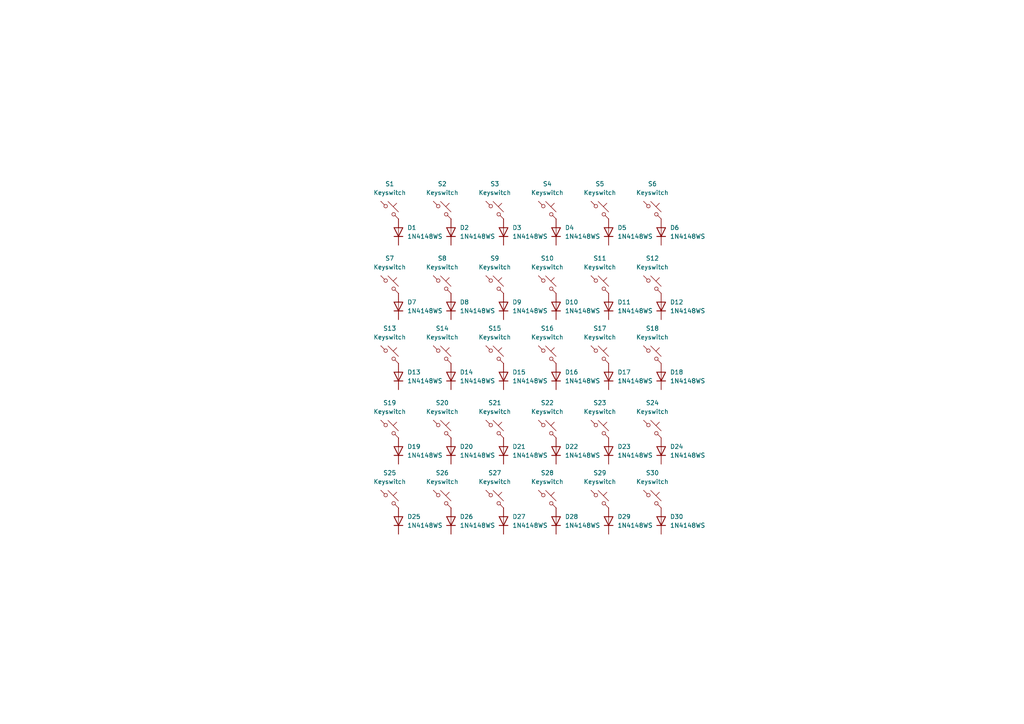
<source format=kicad_sch>
(kicad_sch (version 20231120) (generator "eeschema") (generator_version "8.0")
  (paper "A4")
  (lib_symbols
    (symbol "Diode:1N4148WS" (pin_numbers hide) (pin_names hide)
      (property "Reference" "D" (at 0 2.54 0))
      (property "Value" "1N4148WS" (at 0 -2.54 0))
      (symbol "1N4148WS_0_1"
        (polyline (pts (xy -1.27 1.27) (xy -1.27 -1.27)) (stroke (width 0.254)))
        (polyline (pts (xy 1.27 0) (xy -1.27 0)))
        (polyline (pts (xy 1.27 1.27) (xy 1.27 -1.27) (xy -1.27 0) (xy 1.27 1.27)) (stroke (width 0.254)))
      )
      (symbol "1N4148WS_1_1"
        (pin passive line (at -3.81 0 0) (length 2.54) (name "K") (number "1"))
        (pin passive line (at 3.81 0 180) (length 2.54) (name "A") (number "2"))
      )
    )
    (symbol "ScottoKeebs:Placeholder_Keyswitch" (pin_numbers hide) (pin_names (offset 1.016) hide)
      (property "Reference" "S" (at 3.048 1.016 0))
      (property "Value" "Keyswitch" (at 0 -3.81 0))
      (symbol "Placeholder_Keyswitch_0_1"
        (circle (center -1.1684 1.1684) (radius 0.508))
        (polyline (pts (xy -0.508 2.54) (xy 2.54 -0.508)))
        (polyline (pts (xy 1.016 1.016) (xy 2.032 2.032)))
        (polyline (pts (xy -2.54 2.54) (xy -1.524 1.524) (xy -1.524 1.524)))
        (polyline (pts (xy 1.524 -1.524) (xy 2.54 -2.54) (xy 2.54 -2.54) (xy 2.54 -2.54)))
        (circle (center 1.143 -1.1938) (radius 0.508))
        (pin passive line (at -2.54 2.54 0) (length 0) (name "1") (number "1"))
        (pin passive line (at 2.54 -2.54 180) (length 0) (name "2") (number "2"))
      )
    )
  )
  (symbol (lib_id "Diode:1N4148WS") (at 176.53 67.31 90) (unit 1)
    (property "Reference" "D5" (at 179.07 66.0399 90) (effects (justify right)))
    (property "Value" "1N4148WS" (at 179.07 68.5799 90) (effects (justify right)))
    (property "Footprint" "Diode_SMD:D_SOD-323" (effects (hide yes)))
    (property "Datasheet" "https://www.vishay.com/docs/85751/1n4148ws.pdf" (effects (hide yes)))
    (property "Description" "75V 0.15A Fast switching Diode, SOD-323" (effects (hide yes)))
    (property "Sim.Device" "D" (effects (hide yes)))
    (property "Sim.Pins" "1=K 2=A" (effects (hide yes)))
  )
  (symbol (lib_id "ScottoKeebs:Placeholder_Keyswitch") (at 189.23 60.96 0) (unit 1)
    (property "Reference" "S6" (at 189.23 53.34 0))
    (property "Value" "Keyswitch" (at 189.23 55.88 0))
    (property "Description" "Push button switch, normally open, two pins, 45° tilted" (effects (hide yes)))
  )
  (symbol (lib_id "ScottoKeebs:Placeholder_Keyswitch") (at 143.51 124.46 0) (unit 1)
    (property "Reference" "S21" (at 143.51 116.84 0))
    (property "Value" "Keyswitch" (at 143.51 119.38 0))
    (property "Description" "Push button switch, normally open, two pins, 45° tilted" (effects (hide yes)))
  )
  (symbol (lib_id "Diode:1N4148WS") (at 176.53 151.13 90) (unit 1)
    (property "Reference" "D29" (at 179.07 149.8599 90) (effects (justify right)))
    (property "Value" "1N4148WS" (at 179.07 152.3999 90) (effects (justify right)))
    (property "Footprint" "Diode_SMD:D_SOD-323" (effects (hide yes)))
    (property "Datasheet" "https://www.vishay.com/docs/85751/1n4148ws.pdf" (effects (hide yes)))
    (property "Description" "75V 0.15A Fast switching Diode, SOD-323" (effects (hide yes)))
    (property "Sim.Device" "D" (effects (hide yes)))
    (property "Sim.Pins" "1=K 2=A" (effects (hide yes)))
  )
  (symbol (lib_id "Diode:1N4148WS") (at 115.57 88.9 90) (unit 1)
    (property "Reference" "D7" (at 118.11 87.6299 90) (effects (justify right)))
    (property "Value" "1N4148WS" (at 118.11 90.1699 90) (effects (justify right)))
    (property "Footprint" "Diode_SMD:D_SOD-323" (effects (hide yes)))
    (property "Datasheet" "https://www.vishay.com/docs/85751/1n4148ws.pdf" (effects (hide yes)))
    (property "Description" "75V 0.15A Fast switching Diode, SOD-323" (effects (hide yes)))
    (property "Sim.Device" "D" (effects (hide yes)))
    (property "Sim.Pins" "1=K 2=A" (effects (hide yes)))
  )
  (symbol (lib_id "ScottoKeebs:Placeholder_Keyswitch") (at 113.03 124.46 0) (unit 1)
    (property "Reference" "S19" (at 113.03 116.84 0))
    (property "Value" "Keyswitch" (at 113.03 119.38 0))
    (property "Description" "Push button switch, normally open, two pins, 45° tilted" (effects (hide yes)))
  )
  (symbol (lib_id "Diode:1N4148WS") (at 176.53 109.22 90) (unit 1)
    (property "Reference" "D17" (at 179.07 107.9499 90) (effects (justify right)))
    (property "Value" "1N4148WS" (at 179.07 110.4899 90) (effects (justify right)))
    (property "Footprint" "Diode_SMD:D_SOD-323" (effects (hide yes)))
    (property "Datasheet" "https://www.vishay.com/docs/85751/1n4148ws.pdf" (effects (hide yes)))
    (property "Description" "75V 0.15A Fast switching Diode, SOD-323" (effects (hide yes)))
    (property "Sim.Device" "D" (effects (hide yes)))
    (property "Sim.Pins" "1=K 2=A" (effects (hide yes)))
  )
  (symbol (lib_id "ScottoKeebs:Placeholder_Keyswitch") (at 173.99 102.87 0) (unit 1)
    (property "Reference" "S17" (at 173.99 95.25 0))
    (property "Value" "Keyswitch" (at 173.99 97.79 0))
    (property "Description" "Push button switch, normally open, two pins, 45° tilted" (effects (hide yes)))
  )
  (symbol (lib_id "Diode:1N4148WS") (at 191.77 67.31 90) (unit 1)
    (property "Reference" "D6" (at 194.31 66.0399 90) (effects (justify right)))
    (property "Value" "1N4148WS" (at 194.31 68.5799 90) (effects (justify right)))
    (property "Footprint" "Diode_SMD:D_SOD-323" (effects (hide yes)))
    (property "Datasheet" "https://www.vishay.com/docs/85751/1n4148ws.pdf" (effects (hide yes)))
    (property "Description" "75V 0.15A Fast switching Diode, SOD-323" (effects (hide yes)))
    (property "Sim.Device" "D" (effects (hide yes)))
    (property "Sim.Pins" "1=K 2=A" (effects (hide yes)))
  )
  (symbol (lib_id "ScottoKeebs:Placeholder_Keyswitch") (at 158.75 144.78 0) (unit 1)
    (property "Reference" "S28" (at 158.75 137.16 0))
    (property "Value" "Keyswitch" (at 158.75 139.7 0))
    (property "Description" "Push button switch, normally open, two pins, 45° tilted" (effects (hide yes)))
  )
  (symbol (lib_id "ScottoKeebs:Placeholder_Keyswitch") (at 143.51 82.55 0) (unit 1)
    (property "Reference" "S9" (at 143.51 74.93 0))
    (property "Value" "Keyswitch" (at 143.51 77.47 0))
    (property "Description" "Push button switch, normally open, two pins, 45° tilted" (effects (hide yes)))
  )
  (symbol (lib_id "Diode:1N4148WS") (at 146.05 151.13 90) (unit 1)
    (property "Reference" "D27" (at 148.59 149.8599 90) (effects (justify right)))
    (property "Value" "1N4148WS" (at 148.59 152.3999 90) (effects (justify right)))
    (property "Footprint" "Diode_SMD:D_SOD-323" (effects (hide yes)))
    (property "Datasheet" "https://www.vishay.com/docs/85751/1n4148ws.pdf" (effects (hide yes)))
    (property "Description" "75V 0.15A Fast switching Diode, SOD-323" (effects (hide yes)))
    (property "Sim.Device" "D" (effects (hide yes)))
    (property "Sim.Pins" "1=K 2=A" (effects (hide yes)))
  )
  (symbol (lib_id "Diode:1N4148WS") (at 146.05 88.9 90) (unit 1)
    (property "Reference" "D9" (at 148.59 87.6299 90) (effects (justify right)))
    (property "Value" "1N4148WS" (at 148.59 90.1699 90) (effects (justify right)))
    (property "Footprint" "Diode_SMD:D_SOD-323" (effects (hide yes)))
    (property "Datasheet" "https://www.vishay.com/docs/85751/1n4148ws.pdf" (effects (hide yes)))
    (property "Description" "75V 0.15A Fast switching Diode, SOD-323" (effects (hide yes)))
    (property "Sim.Device" "D" (effects (hide yes)))
    (property "Sim.Pins" "1=K 2=A" (effects (hide yes)))
  )
  (symbol (lib_id "ScottoKeebs:Placeholder_Keyswitch") (at 128.27 124.46 0) (unit 1)
    (property "Reference" "S20" (at 128.27 116.84 0))
    (property "Value" "Keyswitch" (at 128.27 119.38 0))
    (property "Description" "Push button switch, normally open, two pins, 45° tilted" (effects (hide yes)))
  )
  (symbol (lib_id "Diode:1N4148WS") (at 161.29 88.9 90) (unit 1)
    (property "Reference" "D10" (at 163.83 87.6299 90) (effects (justify right)))
    (property "Value" "1N4148WS" (at 163.83 90.1699 90) (effects (justify right)))
    (property "Footprint" "Diode_SMD:D_SOD-323" (effects (hide yes)))
    (property "Datasheet" "https://www.vishay.com/docs/85751/1n4148ws.pdf" (effects (hide yes)))
    (property "Description" "75V 0.15A Fast switching Diode, SOD-323" (effects (hide yes)))
    (property "Sim.Device" "D" (effects (hide yes)))
    (property "Sim.Pins" "1=K 2=A" (effects (hide yes)))
  )
  (symbol (lib_id "ScottoKeebs:Placeholder_Keyswitch") (at 128.27 82.55 0) (unit 1)
    (property "Reference" "S8" (at 128.27 74.93 0))
    (property "Value" "Keyswitch" (at 128.27 77.47 0))
    (property "Description" "Push button switch, normally open, two pins, 45° tilted" (effects (hide yes)))
  )
  (symbol (lib_id "Diode:1N4148WS") (at 161.29 151.13 90) (unit 1)
    (property "Reference" "D28" (at 163.83 149.8599 90) (effects (justify right)))
    (property "Value" "1N4148WS" (at 163.83 152.3999 90) (effects (justify right)))
    (property "Footprint" "Diode_SMD:D_SOD-323" (effects (hide yes)))
    (property "Datasheet" "https://www.vishay.com/docs/85751/1n4148ws.pdf" (effects (hide yes)))
    (property "Description" "75V 0.15A Fast switching Diode, SOD-323" (effects (hide yes)))
    (property "Sim.Device" "D" (effects (hide yes)))
    (property "Sim.Pins" "1=K 2=A" (effects (hide yes)))
  )
  (symbol (lib_id "Diode:1N4148WS") (at 161.29 109.22 90) (unit 1)
    (property "Reference" "D16" (at 163.83 107.9499 90) (effects (justify right)))
    (property "Value" "1N4148WS" (at 163.83 110.4899 90) (effects (justify right)))
    (property "Footprint" "Diode_SMD:D_SOD-323" (effects (hide yes)))
    (property "Datasheet" "https://www.vishay.com/docs/85751/1n4148ws.pdf" (effects (hide yes)))
    (property "Description" "75V 0.15A Fast switching Diode, SOD-323" (effects (hide yes)))
    (property "Sim.Device" "D" (effects (hide yes)))
    (property "Sim.Pins" "1=K 2=A" (effects (hide yes)))
  )
  (symbol (lib_id "Diode:1N4148WS") (at 191.77 88.9 90) (unit 1)
    (property "Reference" "D12" (at 194.31 87.6299 90) (effects (justify right)))
    (property "Value" "1N4148WS" (at 194.31 90.1699 90) (effects (justify right)))
    (property "Footprint" "Diode_SMD:D_SOD-323" (effects (hide yes)))
    (property "Datasheet" "https://www.vishay.com/docs/85751/1n4148ws.pdf" (effects (hide yes)))
    (property "Description" "75V 0.15A Fast switching Diode, SOD-323" (effects (hide yes)))
    (property "Sim.Device" "D" (effects (hide yes)))
    (property "Sim.Pins" "1=K 2=A" (effects (hide yes)))
  )
  (symbol (lib_id "ScottoKeebs:Placeholder_Keyswitch") (at 143.51 102.87 0) (unit 1)
    (property "Reference" "S15" (at 143.51 95.25 0))
    (property "Value" "Keyswitch" (at 143.51 97.79 0))
    (property "Description" "Push button switch, normally open, two pins, 45° tilted" (effects (hide yes)))
  )
  (symbol (lib_id "ScottoKeebs:Placeholder_Keyswitch") (at 128.27 144.78 0) (unit 1)
    (property "Reference" "S26" (at 128.27 137.16 0))
    (property "Value" "Keyswitch" (at 128.27 139.7 0))
    (property "Description" "Push button switch, normally open, two pins, 45° tilted" (effects (hide yes)))
  )
  (symbol (lib_id "ScottoKeebs:Placeholder_Keyswitch") (at 173.99 82.55 0) (unit 1)
    (property "Reference" "S11" (at 173.99 74.93 0))
    (property "Value" "Keyswitch" (at 173.99 77.47 0))
    (property "Description" "Push button switch, normally open, two pins, 45° tilted" (effects (hide yes)))
  )
  (symbol (lib_id "ScottoKeebs:Placeholder_Keyswitch") (at 189.23 124.46 0) (unit 1)
    (property "Reference" "S24" (at 189.23 116.84 0))
    (property "Value" "Keyswitch" (at 189.23 119.38 0))
    (property "Description" "Push button switch, normally open, two pins, 45° tilted" (effects (hide yes)))
  )
  (symbol (lib_id "ScottoKeebs:Placeholder_Keyswitch") (at 189.23 144.78 0) (unit 1)
    (property "Reference" "S30" (at 189.23 137.16 0))
    (property "Value" "Keyswitch" (at 189.23 139.7 0))
    (property "Description" "Push button switch, normally open, two pins, 45° tilted" (effects (hide yes)))
  )
  (symbol (lib_id "ScottoKeebs:Placeholder_Keyswitch") (at 158.75 124.46 0) (unit 1)
    (property "Reference" "S22" (at 158.75 116.84 0))
    (property "Value" "Keyswitch" (at 158.75 119.38 0))
    (property "Description" "Push button switch, normally open, two pins, 45° tilted" (effects (hide yes)))
  )
  (symbol (lib_id "ScottoKeebs:Placeholder_Keyswitch") (at 113.03 144.78 0) (unit 1)
    (property "Reference" "S25" (at 113.03 137.16 0))
    (property "Value" "Keyswitch" (at 113.03 139.7 0))
    (property "Description" "Push button switch, normally open, two pins, 45° tilted" (effects (hide yes)))
  )
  (symbol (lib_id "Diode:1N4148WS") (at 146.05 109.22 90) (unit 1)
    (property "Reference" "D15" (at 148.59 107.9499 90) (effects (justify right)))
    (property "Value" "1N4148WS" (at 148.59 110.4899 90) (effects (justify right)))
    (property "Footprint" "Diode_SMD:D_SOD-323" (effects (hide yes)))
    (property "Datasheet" "https://www.vishay.com/docs/85751/1n4148ws.pdf" (effects (hide yes)))
    (property "Description" "75V 0.15A Fast switching Diode, SOD-323" (effects (hide yes)))
    (property "Sim.Device" "D" (effects (hide yes)))
    (property "Sim.Pins" "1=K 2=A" (effects (hide yes)))
  )
  (symbol (lib_id "Diode:1N4148WS") (at 115.57 109.22 90) (unit 1)
    (property "Reference" "D13" (at 118.11 107.9499 90) (effects (justify right)))
    (property "Value" "1N4148WS" (at 118.11 110.4899 90) (effects (justify right)))
    (property "Footprint" "Diode_SMD:D_SOD-323" (effects (hide yes)))
    (property "Datasheet" "https://www.vishay.com/docs/85751/1n4148ws.pdf" (effects (hide yes)))
    (property "Description" "75V 0.15A Fast switching Diode, SOD-323" (effects (hide yes)))
    (property "Sim.Device" "D" (effects (hide yes)))
    (property "Sim.Pins" "1=K 2=A" (effects (hide yes)))
  )
  (symbol (lib_id "ScottoKeebs:Placeholder_Keyswitch") (at 173.99 124.46 0) (unit 1)
    (property "Reference" "S23" (at 173.99 116.84 0))
    (property "Value" "Keyswitch" (at 173.99 119.38 0))
    (property "Description" "Push button switch, normally open, two pins, 45° tilted" (effects (hide yes)))
  )
  (symbol (lib_id "Diode:1N4148WS") (at 146.05 130.81 90) (unit 1)
    (property "Reference" "D21" (at 148.59 129.5399 90) (effects (justify right)))
    (property "Value" "1N4148WS" (at 148.59 132.0799 90) (effects (justify right)))
    (property "Footprint" "Diode_SMD:D_SOD-323" (effects (hide yes)))
    (property "Datasheet" "https://www.vishay.com/docs/85751/1n4148ws.pdf" (effects (hide yes)))
    (property "Description" "75V 0.15A Fast switching Diode, SOD-323" (effects (hide yes)))
    (property "Sim.Device" "D" (effects (hide yes)))
    (property "Sim.Pins" "1=K 2=A" (effects (hide yes)))
  )
  (symbol (lib_id "Diode:1N4148WS") (at 191.77 109.22 90) (unit 1)
    (property "Reference" "D18" (at 194.31 107.9499 90) (effects (justify right)))
    (property "Value" "1N4148WS" (at 194.31 110.4899 90) (effects (justify right)))
    (property "Footprint" "Diode_SMD:D_SOD-323" (effects (hide yes)))
    (property "Datasheet" "https://www.vishay.com/docs/85751/1n4148ws.pdf" (effects (hide yes)))
    (property "Description" "75V 0.15A Fast switching Diode, SOD-323" (effects (hide yes)))
    (property "Sim.Device" "D" (effects (hide yes)))
    (property "Sim.Pins" "1=K 2=A" (effects (hide yes)))
  )
  (symbol (lib_id "ScottoKeebs:Placeholder_Keyswitch") (at 173.99 144.78 0) (unit 1)
    (property "Reference" "S29" (at 173.99 137.16 0))
    (property "Value" "Keyswitch" (at 173.99 139.7 0))
    (property "Description" "Push button switch, normally open, two pins, 45° tilted" (effects (hide yes)))
  )
  (symbol (lib_id "Diode:1N4148WS") (at 130.81 130.81 90) (unit 1)
    (property "Reference" "D20" (at 133.35 129.5399 90) (effects (justify right)))
    (property "Value" "1N4148WS" (at 133.35 132.0799 90) (effects (justify right)))
    (property "Footprint" "Diode_SMD:D_SOD-323" (effects (hide yes)))
    (property "Datasheet" "https://www.vishay.com/docs/85751/1n4148ws.pdf" (effects (hide yes)))
    (property "Description" "75V 0.15A Fast switching Diode, SOD-323" (effects (hide yes)))
    (property "Sim.Device" "D" (effects (hide yes)))
    (property "Sim.Pins" "1=K 2=A" (effects (hide yes)))
  )
  (symbol (lib_id "ScottoKeebs:Placeholder_Keyswitch") (at 189.23 102.87 0) (unit 1)
    (property "Reference" "S18" (at 189.23 95.25 0))
    (property "Value" "Keyswitch" (at 189.23 97.79 0))
    (property "Description" "Push button switch, normally open, two pins, 45° tilted" (effects (hide yes)))
  )
  (symbol (lib_id "ScottoKeebs:Placeholder_Keyswitch") (at 113.03 102.87 0) (unit 1)
    (property "Reference" "S13" (at 113.03 95.25 0))
    (property "Value" "Keyswitch" (at 113.03 97.79 0))
    (property "Description" "Push button switch, normally open, two pins, 45° tilted" (effects (hide yes)))
  )
  (symbol (lib_id "Diode:1N4148WS") (at 161.29 130.81 90) (unit 1)
    (property "Reference" "D22" (at 163.83 129.5399 90) (effects (justify right)))
    (property "Value" "1N4148WS" (at 163.83 132.0799 90) (effects (justify right)))
    (property "Footprint" "Diode_SMD:D_SOD-323" (effects (hide yes)))
    (property "Datasheet" "https://www.vishay.com/docs/85751/1n4148ws.pdf" (effects (hide yes)))
    (property "Description" "75V 0.15A Fast switching Diode, SOD-323" (effects (hide yes)))
    (property "Sim.Device" "D" (effects (hide yes)))
    (property "Sim.Pins" "1=K 2=A" (effects (hide yes)))
  )
  (symbol (lib_id "Diode:1N4148WS") (at 130.81 67.31 90) (unit 1)
    (property "Reference" "D2" (at 133.35 66.0399 90) (effects (justify right)))
    (property "Value" "1N4148WS" (at 133.35 68.5799 90) (effects (justify right)))
    (property "Footprint" "Diode_SMD:D_SOD-323" (effects (hide yes)))
    (property "Datasheet" "https://www.vishay.com/docs/85751/1n4148ws.pdf" (effects (hide yes)))
    (property "Description" "75V 0.15A Fast switching Diode, SOD-323" (effects (hide yes)))
    (property "Sim.Device" "D" (effects (hide yes)))
    (property "Sim.Pins" "1=K 2=A" (effects (hide yes)))
  )
  (symbol (lib_id "ScottoKeebs:Placeholder_Keyswitch") (at 113.03 60.96 0) (unit 1)
    (property "Reference" "S1" (at 113.03 53.34 0))
    (property "Value" "Keyswitch" (at 113.03 55.88 0))
    (property "Description" "Push button switch, normally open, two pins, 45° tilted" (effects (hide yes)))
  )
  (symbol (lib_id "Diode:1N4148WS") (at 115.57 67.31 90) (unit 1)
    (property "Reference" "D1" (at 118.11 66.0399 90) (effects (justify right)))
    (property "Value" "1N4148WS" (at 118.11 68.5799 90) (effects (justify right)))
    (property "Footprint" "Diode_SMD:D_SOD-323" (effects (hide yes)))
    (property "Datasheet" "https://www.vishay.com/docs/85751/1n4148ws.pdf" (effects (hide yes)))
    (property "Description" "75V 0.15A Fast switching Diode, SOD-323" (effects (hide yes)))
    (property "Sim.Device" "D" (effects (hide yes)))
    (property "Sim.Pins" "1=K 2=A" (effects (hide yes)))
  )
  (symbol (lib_id "ScottoKeebs:Placeholder_Keyswitch") (at 143.51 60.96 0) (unit 1)
    (property "Reference" "S3" (at 143.51 53.34 0))
    (property "Value" "Keyswitch" (at 143.51 55.88 0))
    (property "Description" "Push button switch, normally open, two pins, 45° tilted" (effects (hide yes)))
  )
  (symbol (lib_id "ScottoKeebs:Placeholder_Keyswitch") (at 128.27 60.96 0) (unit 1)
    (property "Reference" "S2" (at 128.27 53.34 0))
    (property "Value" "Keyswitch" (at 128.27 55.88 0))
    (property "Description" "Push button switch, normally open, two pins, 45° tilted" (effects (hide yes)))
  )
  (symbol (lib_id "ScottoKeebs:Placeholder_Keyswitch") (at 113.03 82.55 0) (unit 1)
    (property "Reference" "S7" (at 113.03 74.93 0))
    (property "Value" "Keyswitch" (at 113.03 77.47 0))
    (property "Description" "Push button switch, normally open, two pins, 45° tilted" (effects (hide yes)))
  )
  (symbol (lib_id "ScottoKeebs:Placeholder_Keyswitch") (at 128.27 102.87 0) (unit 1)
    (property "Reference" "S14" (at 128.27 95.25 0))
    (property "Value" "Keyswitch" (at 128.27 97.79 0))
    (property "Description" "Push button switch, normally open, two pins, 45° tilted" (effects (hide yes)))
  )
  (symbol (lib_id "ScottoKeebs:Placeholder_Keyswitch") (at 158.75 60.96 0) (unit 1)
    (property "Reference" "S4" (at 158.75 53.34 0))
    (property "Value" "Keyswitch" (at 158.75 55.88 0))
    (property "Description" "Push button switch, normally open, two pins, 45° tilted" (effects (hide yes)))
  )
  (symbol (lib_id "Diode:1N4148WS") (at 130.81 109.22 90) (unit 1)
    (property "Reference" "D14" (at 133.35 107.9499 90) (effects (justify right)))
    (property "Value" "1N4148WS" (at 133.35 110.4899 90) (effects (justify right)))
    (property "Footprint" "Diode_SMD:D_SOD-323" (effects (hide yes)))
    (property "Datasheet" "https://www.vishay.com/docs/85751/1n4148ws.pdf" (effects (hide yes)))
    (property "Description" "75V 0.15A Fast switching Diode, SOD-323" (effects (hide yes)))
    (property "Sim.Device" "D" (effects (hide yes)))
    (property "Sim.Pins" "1=K 2=A" (effects (hide yes)))
  )
  (symbol (lib_id "Diode:1N4148WS") (at 191.77 151.13 90) (unit 1)
    (property "Reference" "D30" (at 194.31 149.8599 90) (effects (justify right)))
    (property "Value" "1N4148WS" (at 194.31 152.3999 90) (effects (justify right)))
    (property "Footprint" "Diode_SMD:D_SOD-323" (effects (hide yes)))
    (property "Datasheet" "https://www.vishay.com/docs/85751/1n4148ws.pdf" (effects (hide yes)))
    (property "Description" "75V 0.15A Fast switching Diode, SOD-323" (effects (hide yes)))
    (property "Sim.Device" "D" (effects (hide yes)))
    (property "Sim.Pins" "1=K 2=A" (effects (hide yes)))
  )
  (symbol (lib_id "ScottoKeebs:Placeholder_Keyswitch") (at 143.51 144.78 0) (unit 1)
    (property "Reference" "S27" (at 143.51 137.16 0))
    (property "Value" "Keyswitch" (at 143.51 139.7 0))
    (property "Description" "Push button switch, normally open, two pins, 45° tilted" (effects (hide yes)))
  )
  (symbol (lib_id "Diode:1N4148WS") (at 176.53 130.81 90) (unit 1)
    (property "Reference" "D23" (at 179.07 129.5399 90) (effects (justify right)))
    (property "Value" "1N4148WS" (at 179.07 132.0799 90) (effects (justify right)))
    (property "Footprint" "Diode_SMD:D_SOD-323" (effects (hide yes)))
    (property "Datasheet" "https://www.vishay.com/docs/85751/1n4148ws.pdf" (effects (hide yes)))
    (property "Description" "75V 0.15A Fast switching Diode, SOD-323" (effects (hide yes)))
    (property "Sim.Device" "D" (effects (hide yes)))
    (property "Sim.Pins" "1=K 2=A" (effects (hide yes)))
  )
  (symbol (lib_id "ScottoKeebs:Placeholder_Keyswitch") (at 158.75 102.87 0) (unit 1)
    (property "Reference" "S16" (at 158.75 95.25 0))
    (property "Value" "Keyswitch" (at 158.75 97.79 0))
    (property "Description" "Push button switch, normally open, two pins, 45° tilted" (effects (hide yes)))
  )
  (symbol (lib_id "Diode:1N4148WS") (at 191.77 130.81 90) (unit 1)
    (property "Reference" "D24" (at 194.31 129.5399 90) (effects (justify right)))
    (property "Value" "1N4148WS" (at 194.31 132.0799 90) (effects (justify right)))
    (property "Footprint" "Diode_SMD:D_SOD-323" (effects (hide yes)))
    (property "Datasheet" "https://www.vishay.com/docs/85751/1n4148ws.pdf" (effects (hide yes)))
    (property "Description" "75V 0.15A Fast switching Diode, SOD-323" (effects (hide yes)))
    (property "Sim.Device" "D" (effects (hide yes)))
    (property "Sim.Pins" "1=K 2=A" (effects (hide yes)))
  )
  (symbol (lib_id "ScottoKeebs:Placeholder_Keyswitch") (at 158.75 82.55 0) (unit 1)
    (property "Reference" "S10" (at 158.75 74.93 0))
    (property "Value" "Keyswitch" (at 158.75 77.47 0))
    (property "Description" "Push button switch, normally open, two pins, 45° tilted" (effects (hide yes)))
  )
  (symbol (lib_id "Diode:1N4148WS") (at 115.57 130.81 90) (unit 1)
    (property "Reference" "D19" (at 118.11 129.5399 90) (effects (justify right)))
    (property "Value" "1N4148WS" (at 118.11 132.0799 90) (effects (justify right)))
    (property "Footprint" "Diode_SMD:D_SOD-323" (effects (hide yes)))
    (property "Datasheet" "https://www.vishay.com/docs/85751/1n4148ws.pdf" (effects (hide yes)))
    (property "Description" "75V 0.15A Fast switching Diode, SOD-323" (effects (hide yes)))
    (property "Sim.Device" "D" (effects (hide yes)))
    (property "Sim.Pins" "1=K 2=A" (effects (hide yes)))
  )
  (symbol (lib_id "Diode:1N4148WS") (at 176.53 88.9 90) (unit 1)
    (property "Reference" "D11" (at 179.07 87.6299 90) (effects (justify right)))
    (property "Value" "1N4148WS" (at 179.07 90.1699 90) (effects (justify right)))
    (property "Footprint" "Diode_SMD:D_SOD-323" (effects (hide yes)))
    (property "Datasheet" "https://www.vishay.com/docs/85751/1n4148ws.pdf" (effects (hide yes)))
    (property "Description" "75V 0.15A Fast switching Diode, SOD-323" (effects (hide yes)))
    (property "Sim.Device" "D" (effects (hide yes)))
    (property "Sim.Pins" "1=K 2=A" (effects (hide yes)))
  )
  (symbol (lib_id "Diode:1N4148WS") (at 130.81 151.13 90) (unit 1)
    (property "Reference" "D26" (at 133.35 149.8599 90) (effects (justify right)))
    (property "Value" "1N4148WS" (at 133.35 152.3999 90) (effects (justify right)))
    (property "Footprint" "Diode_SMD:D_SOD-323" (effects (hide yes)))
    (property "Datasheet" "https://www.vishay.com/docs/85751/1n4148ws.pdf" (effects (hide yes)))
    (property "Description" "75V 0.15A Fast switching Diode, SOD-323" (effects (hide yes)))
    (property "Sim.Device" "D" (effects (hide yes)))
    (property "Sim.Pins" "1=K 2=A" (effects (hide yes)))
  )
  (symbol (lib_id "Diode:1N4148WS") (at 115.57 151.13 90) (unit 1)
    (property "Reference" "D25" (at 118.11 149.8599 90) (effects (justify right)))
    (property "Value" "1N4148WS" (at 118.11 152.3999 90) (effects (justify right)))
    (property "Footprint" "Diode_SMD:D_SOD-323" (effects (hide yes)))
    (property "Datasheet" "https://www.vishay.com/docs/85751/1n4148ws.pdf" (effects (hide yes)))
    (property "Description" "75V 0.15A Fast switching Diode, SOD-323" (effects (hide yes)))
    (property "Sim.Device" "D" (effects (hide yes)))
    (property "Sim.Pins" "1=K 2=A" (effects (hide yes)))
  )
  (symbol (lib_id "Diode:1N4148WS") (at 146.05 67.31 90) (unit 1)
    (property "Reference" "D3" (at 148.59 66.0399 90) (effects (justify right)))
    (property "Value" "1N4148WS" (at 148.59 68.5799 90) (effects (justify right)))
    (property "Footprint" "Diode_SMD:D_SOD-323" (effects (hide yes)))
    (property "Datasheet" "https://www.vishay.com/docs/85751/1n4148ws.pdf" (effects (hide yes)))
    (property "Description" "75V 0.15A Fast switching Diode, SOD-323" (effects (hide yes)))
    (property "Sim.Device" "D" (effects (hide yes)))
    (property "Sim.Pins" "1=K 2=A" (effects (hide yes)))
  )
  (symbol (lib_id "ScottoKeebs:Placeholder_Keyswitch") (at 189.23 82.55 0) (unit 1)
    (property "Reference" "S12" (at 189.23 74.93 0))
    (property "Value" "Keyswitch" (at 189.23 77.47 0))
    (property "Description" "Push button switch, normally open, two pins, 45° tilted" (effects (hide yes)))
  )
  (symbol (lib_id "Diode:1N4148WS") (at 130.81 88.9 90) (unit 1)
    (property "Reference" "D8" (at 133.35 87.6299 90) (effects (justify right)))
    (property "Value" "1N4148WS" (at 133.35 90.1699 90) (effects (justify right)))
    (property "Footprint" "Diode_SMD:D_SOD-323" (effects (hide yes)))
    (property "Datasheet" "https://www.vishay.com/docs/85751/1n4148ws.pdf" (effects (hide yes)))
    (property "Description" "75V 0.15A Fast switching Diode, SOD-323" (effects (hide yes)))
    (property "Sim.Device" "D" (effects (hide yes)))
    (property "Sim.Pins" "1=K 2=A" (effects (hide yes)))
  )
  (symbol (lib_id "ScottoKeebs:Placeholder_Keyswitch") (at 173.99 60.96 0) (unit 1)
    (property "Reference" "S5" (at 173.99 53.34 0))
    (property "Value" "Keyswitch" (at 173.99 55.88 0))
    (property "Description" "Push button switch, normally open, two pins, 45° tilted" (effects (hide yes)))
  )
  (symbol (lib_id "Diode:1N4148WS") (at 161.29 67.31 90) (unit 1)
    (property "Reference" "D4" (at 163.83 66.0399 90) (effects (justify right)))
    (property "Value" "1N4148WS" (at 163.83 68.5799 90) (effects (justify right)))
    (property "Footprint" "Diode_SMD:D_SOD-323" (effects (hide yes)))
    (property "Datasheet" "https://www.vishay.com/docs/85751/1n4148ws.pdf" (effects (hide yes)))
    (property "Description" "75V 0.15A Fast switching Diode, SOD-323" (effects (hide yes)))
    (property "Sim.Device" "D" (effects (hide yes)))
    (property "Sim.Pins" "1=K 2=A" (effects (hide yes)))
  )
)
</source>
